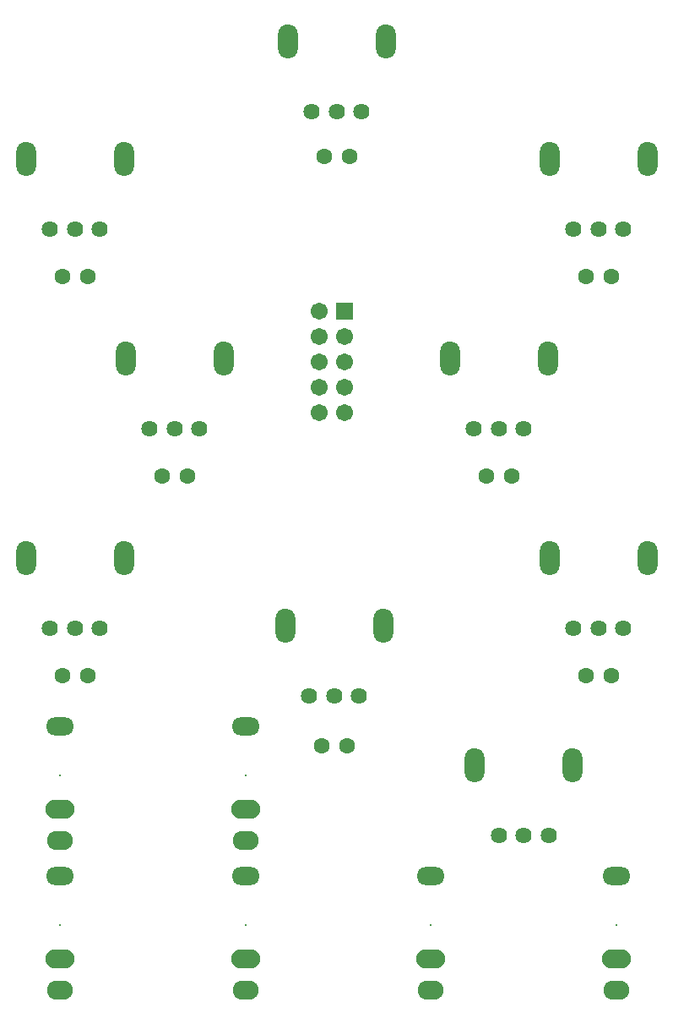
<source format=gts>
G04 Layer_Color=8388736*
%FSAX44Y44*%
%MOMM*%
G71*
G01*
G75*
%ADD37C,1.7032*%
%ADD38R,1.7032X1.7032*%
%ADD39C,1.6032*%
%ADD40O,2.9032X1.9032*%
%ADD41O,2.8032X1.8032*%
%ADD42C,0.2032*%
%ADD43O,2.6032X1.9032*%
%ADD44C,1.6256*%
%ADD45O,2.0032X3.4032*%
%ADD46O,2.0032X3.4031*%
D37*
X01329600Y01603400D02*
D03*
X01355000D02*
D03*
Y01628800D02*
D03*
X01329600D02*
D03*
Y01654200D02*
D03*
X01355000D02*
D03*
Y01679600D02*
D03*
X01329600D02*
D03*
Y01705000D02*
D03*
D38*
X01355000Y01705000D02*
D03*
D39*
X01332300Y01270000D02*
D03*
X01357700D02*
D03*
X01597300Y01340000D02*
D03*
X01622700D02*
D03*
X01522700Y01540000D02*
D03*
X01497300D02*
D03*
X01622700Y01740000D02*
D03*
X01597300D02*
D03*
X01360200Y01860000D02*
D03*
X01334800D02*
D03*
X01097700Y01740000D02*
D03*
X01072300D02*
D03*
X01172300Y01540000D02*
D03*
X01197700D02*
D03*
X01072300Y01340000D02*
D03*
X01097700D02*
D03*
D40*
X01070000Y01056200D02*
D03*
Y01206200D02*
D03*
X01256000Y01056200D02*
D03*
X01442000D02*
D03*
X01256000Y01206200D02*
D03*
X01628000Y01056200D02*
D03*
D41*
X01070000Y01139200D02*
D03*
Y01289200D02*
D03*
X01256000Y01139200D02*
D03*
X01442000D02*
D03*
X01256000Y01289200D02*
D03*
X01628000Y01139200D02*
D03*
D42*
X01070000Y01090000D02*
D03*
Y01240000D02*
D03*
X01256000Y01090000D02*
D03*
X01442000D02*
D03*
X01256000Y01240000D02*
D03*
X01628000Y01090000D02*
D03*
D43*
X01070000Y01025200D02*
D03*
Y01175200D02*
D03*
X01256000Y01025200D02*
D03*
X01442000D02*
D03*
X01256000Y01175200D02*
D03*
X01628000Y01025200D02*
D03*
D44*
X01319999Y01320000D02*
D03*
X01345000D02*
D03*
X01370001D02*
D03*
X01509999Y01180000D02*
D03*
X01535000D02*
D03*
X01560001D02*
D03*
X01635001Y01387500D02*
D03*
X01610000D02*
D03*
X01584999D02*
D03*
X01535001Y01587500D02*
D03*
X01510000D02*
D03*
X01484999D02*
D03*
X01635001Y01787500D02*
D03*
X01610000D02*
D03*
X01584999D02*
D03*
X01372501Y01905000D02*
D03*
X01347500D02*
D03*
X01322499D02*
D03*
X01110001Y01787500D02*
D03*
X01085000D02*
D03*
X01059999D02*
D03*
X01159999Y01587500D02*
D03*
X01185000D02*
D03*
X01210001D02*
D03*
X01059999Y01387500D02*
D03*
X01085000D02*
D03*
X01110001D02*
D03*
D45*
X01296000Y01390000D02*
D03*
X01486000Y01250000D02*
D03*
X01561000Y01457500D02*
D03*
X01461000Y01657500D02*
D03*
X01561000Y01857500D02*
D03*
X01298500Y01975000D02*
D03*
X01036000Y01857500D02*
D03*
X01136000Y01657500D02*
D03*
X01036000Y01457500D02*
D03*
D46*
X01394000Y01390000D02*
D03*
X01584000Y01250000D02*
D03*
X01659000Y01457500D02*
D03*
X01559000Y01657500D02*
D03*
X01659000Y01857500D02*
D03*
X01396500Y01975000D02*
D03*
X01134000Y01857500D02*
D03*
X01234000Y01657500D02*
D03*
X01134000Y01457500D02*
D03*
M02*

</source>
